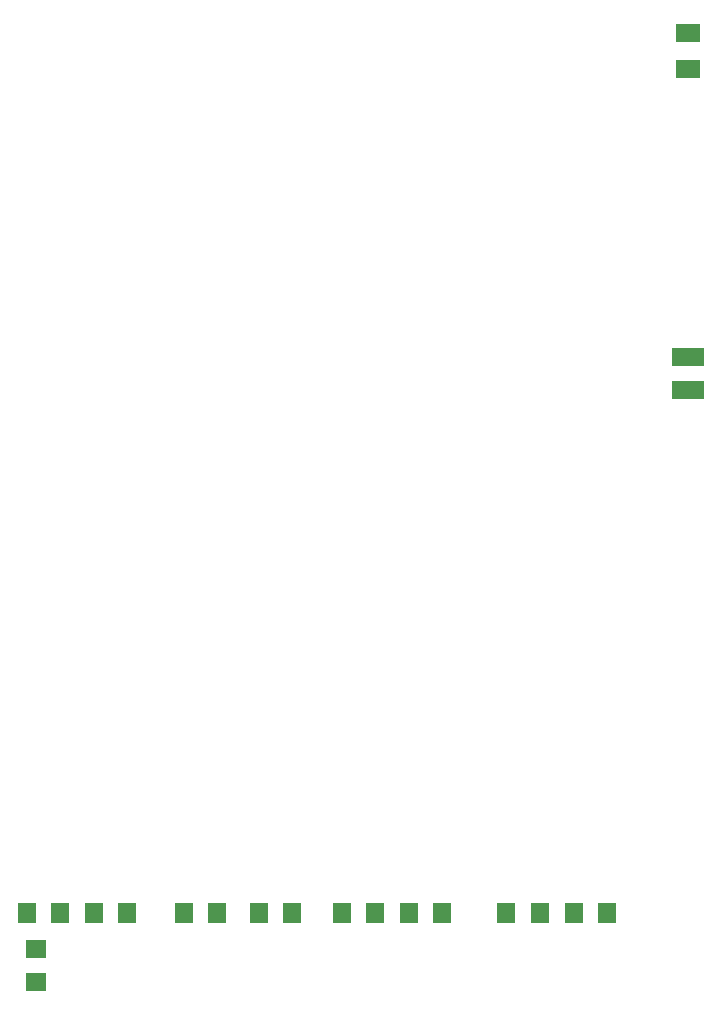
<source format=gtp>
G75*
G70*
%OFA0B0*%
%FSLAX24Y24*%
%IPPOS*%
%LPD*%
%AMOC8*
5,1,8,0,0,1.08239X$1,22.5*
%
%ADD10R,0.0630X0.0709*%
%ADD11R,0.0630X0.0710*%
%ADD12R,0.0787X0.0591*%
%ADD13R,0.1063X0.0630*%
%ADD14R,0.0709X0.0630*%
D10*
X007297Y014870D03*
X008399Y014870D03*
X009547Y014870D03*
X010649Y014870D03*
X015047Y014870D03*
X016149Y014870D03*
X017797Y014870D03*
X018899Y014870D03*
X020047Y014870D03*
X021149Y014870D03*
X025547Y014870D03*
X026649Y014870D03*
D11*
X024408Y014870D03*
X023288Y014870D03*
X013658Y014870D03*
X012538Y014870D03*
D12*
X029348Y043029D03*
X029348Y044210D03*
D13*
X029348Y033421D03*
X029348Y032318D03*
D14*
X007598Y012568D03*
X007598Y013671D03*
M02*

</source>
